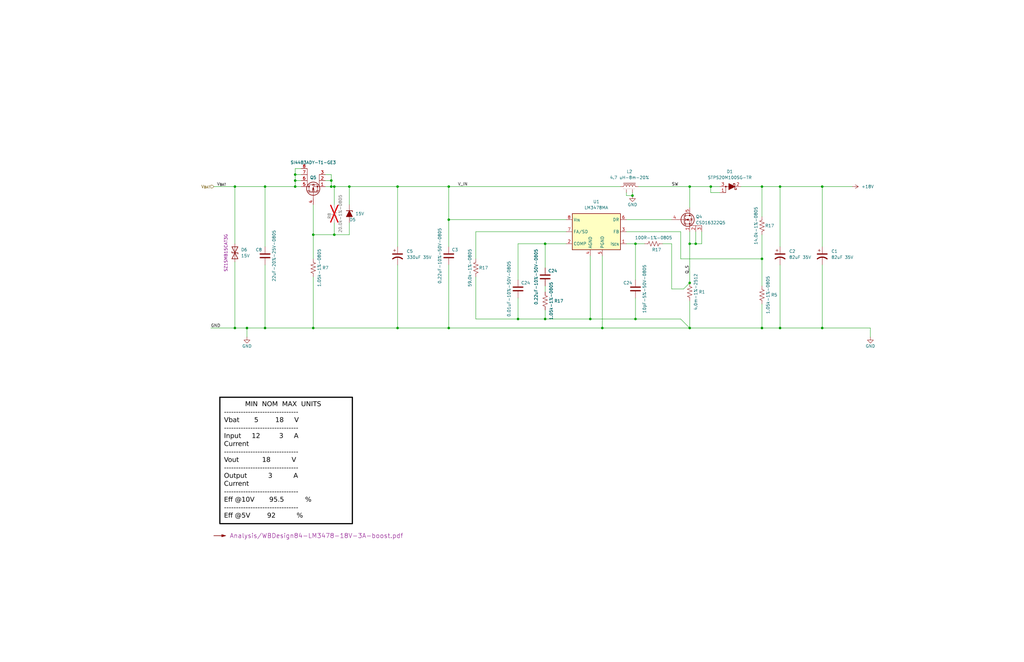
<source format=kicad_sch>
(kicad_sch (version 20250114) (generator "eeschema") (generator_version "9.0")
  (paper "B")
  (title_block (title "NX J401 Adapter") (date "2025-09-13") (rev "5"))
  (lib_symbols
    (symbol "Device:C" (pin_numbers (hide yes)) (pin_names (offset 0.254))
      (property "Reference" "C" (at 0.635 2.54 0))
      (property "Value" "C" (at 0.635 -2.54 0))
      (symbol "C_0_1"
        (polyline (pts (xy -2.032 0.762) (xy 2.032 0.762)) (stroke (width 0.508)))
        (polyline (pts (xy -2.032 -0.762) (xy 2.032 -0.762)) (stroke (width 0.508)))
      )
      (symbol "C_1_1"
        (pin passive line (at 0 3.81 270) (length 2.794) (name "~") (number "1"))
        (pin passive line (at 0 -3.81 90) (length 2.794) (name "~") (number "2"))
      )
    )
    (symbol "Device:C_Polarized_US" (pin_numbers (hide yes)) (pin_names (offset 0.254) (hide yes))
      (property "Reference" "C" (at 0.635 2.54 0))
      (property "Value" "C_Polarized_US" (at 0.635 -2.54 0))
      (symbol "C_Polarized_US_0_1"
        (polyline (pts (xy -2.032 0.762) (xy 2.032 0.762)) (stroke (width 0.508)))
        (polyline (pts (xy -1.778 2.286) (xy -0.762 2.286)))
        (polyline (pts (xy -1.27 1.778) (xy -1.27 2.794)))
        (arc (start -2.032 -1.27) (mid 0 -0.5572) (end 2.032 -1.27) (stroke (width 0.508)))
      )
      (symbol "C_Polarized_US_1_1"
        (pin passive line (at 0 3.81 270) (length 2.794) (name "~") (number "1"))
        (pin passive line (at 0 -3.81 90) (length 3.302) (name "~") (number "2"))
      )
    )
    (symbol "Device:D_Schottky_AAK" (pin_names (offset 0) (hide yes))
      (property "Reference" "D3" (at 0.889 -6.35 0))
      (property "Value" "STPS20M100SG-TR" (at 0.889 -3.81 0))
      (symbol "D_Schottky_AAK_0_1"
        (polyline (pts (xy -1.905 0.635) (xy -1.905 1.27) (xy -1.27 1.27) (xy -1.27 -1.27) (xy -0.635 -1.27) (xy -0.635 -0.635)) (stroke (width 0.254)))
        (circle (center 2.54 0) (radius 0.254) (fill (type outline)))
        (polyline (pts (xy 3.81 2.54) (xy 2.54 2.54) (xy 2.54 0) (xy -1.27 0)))
      )
      (symbol "D_Schottky_AAK_1_1"
        (polyline (pts (xy 1.27 1.27) (xy 1.27 -1.27) (xy -1.27 0) (xy 1.27 1.27)) (stroke (width 0.254)) (fill (type outline)))
        (pin passive line (at -3.81 0 0) (length 2.54) (name "K") (number "2"))
        (pin passive line (at 5.08 2.54 180) (length 2.54) (name "A") (number "1"))
        (pin passive line (at 5.08 0 180) (length 2.54) (name "A") (number "3"))
      )
    )
    (symbol "Device:D_TVS" (pin_numbers (hide yes)) (pin_names (offset 1.016) (hide yes))
      (property "Reference" "D" (at 0 2.54 0))
      (property "Value" "D_TVS" (at 0 -2.54 0))
      (symbol "D_TVS_0_1"
        (polyline (pts (xy -2.54 1.27) (xy -2.54 -1.27) (xy 2.54 1.27) (xy 2.54 -1.27) (xy -2.54 1.27)) (stroke (width 0.254)))
        (polyline (pts (xy 0.508 1.27) (xy 0 1.27) (xy 0 -1.27) (xy -0.508 -1.27)) (stroke (width 0.254)))
        (polyline (pts (xy 1.27 0) (xy -1.27 0)))
      )
      (symbol "D_TVS_1_1"
        (pin passive line (at -3.81 0 0) (length 2.54) (name "A1") (number "1"))
        (pin passive line (at 3.81 0 180) (length 2.54) (name "A2") (number "2"))
      )
    )
    (symbol "Device:D_Zener" (pin_numbers (hide yes)) (pin_names (offset 1.016) (hide yes))
      (property "Reference" "D1" (at 2.54 0 90))
      (property "Value" "15V" (at 0 2.54 90))
      (symbol "D_Zener_0_1"
        (polyline (pts (xy -1.27 -1.27) (xy -1.27 1.27) (xy -0.762 1.27)) (stroke (width 0.254)))
        (polyline (pts (xy 1.27 0) (xy -1.27 0)))
        (polyline (pts (xy 1.27 -1.27) (xy 1.27 1.27) (xy -1.27 0) (xy 1.27 -1.27)) (stroke (width 0.254)) (fill (type outline)))
      )
      (symbol "D_Zener_1_1"
        (pin passive line (at -3.81 0 0) (length 2.54) (name "K") (number "1"))
        (pin passive line (at 3.81 0 180) (length 2.54) (name "A") (number "2"))
      )
    )
    (symbol "Device:L_Iron" (pin_numbers (hide yes)) (pin_names (offset 1.016) (hide yes))
      (property "Reference" "L1" (at 6.35 0 90))
      (property "Value" "6.8 uH-12m-20%" (at 3.81 0 90))
      (symbol "L_Iron_0_1"
        (arc (start 0 2.54) (mid 0.6323 1.905) (end 0 1.27))
        (arc (start 0 1.27) (mid 0.6323 0.635) (end 0 0))
        (arc (start 0 0) (mid 0.6323 -0.635) (end 0 -1.27))
        (arc (start 0 -1.27) (mid 0.6323 -1.905) (end 0 -2.54))
        (polyline (pts (xy 1.016 2.54) (xy 1.016 -2.54)))
        (polyline (pts (xy 1.524 -2.54) (xy 1.524 2.54)))
      )
      (symbol "L_Iron_1_1"
        (polyline (pts (xy -0.9525 2.54) (xy -0.9525 -2.54)) (stroke (width 0) (type dot)))
        (pin passive line (at -2.54 1.27 0) (length 1.27) (name "3") (number "3"))
        (pin passive line (at -2.54 -1.27 0) (length 1.27) (name "4") (number "4"))
        (pin passive line (at 0 3.81 270) (length 1.27) (name "1") (number "1"))
        (pin passive line (at 0 -3.81 90) (length 1.27) (name "2") (number "2"))
      )
    )
    (symbol "Device:Q_PMOS_SGD" (pin_names (offset 0) (hide yes))
      (property "Reference" "Q?" (at 0 10.16 90))
      (property "Value" "Q_PMOS_SGD" (at 0 7.62 90))
      (symbol "Q_PMOS_SGD_0_1"
        (polyline (pts (xy 0.254 1.905) (xy 0.254 -1.905)) (stroke (width 0.254)))
        (polyline (pts (xy 0.254 0) (xy -2.54 0)))
        (polyline (pts (xy 0.762 2.286) (xy 0.762 1.27)) (stroke (width 0.254)))
        (polyline (pts (xy 0.762 1.778) (xy 3.302 1.778) (xy 3.302 -1.778) (xy 0.762 -1.778)))
        (polyline (pts (xy 0.762 0.508) (xy 0.762 -0.508)) (stroke (width 0.254)))
        (polyline (pts (xy 0.762 -1.27) (xy 0.762 -2.286)) (stroke (width 0.254)))
        (circle (center 1.651 0) (radius 2.794) (stroke (width 0.254)))
        (polyline (pts (xy 2.286 0) (xy 1.27 0.381) (xy 1.27 -0.381) (xy 2.286 0)) (fill (type outline)))
        (polyline (pts (xy 2.54 2.54) (xy 2.54 1.778)))
        (polyline (pts (xy 2.54 2.54) (xy 10.16 2.54)))
        (circle (center 2.54 1.778) (radius 0.254) (fill (type outline)))
        (circle (center 2.54 -1.778) (radius 0.254) (fill (type outline)))
        (polyline (pts (xy 2.54 -2.54) (xy 2.54 0) (xy 0.762 0)))
        (polyline (pts (xy 2.794 -0.508) (xy 2.921 -0.381) (xy 3.683 -0.381) (xy 3.81 -0.254)))
        (polyline (pts (xy 3.302 -0.381) (xy 2.921 0.254) (xy 3.683 0.254) (xy 3.302 -0.381)))
        (polyline (pts (xy 7.62 -2.54) (xy 2.54 -2.54)))
      )
      (symbol "Q_PMOS_SGD_1_1"
        (pin input line (at -5.08 0 0) (length 2.54) (name "G") (number "4"))
        (pin passive line (at 2.54 5.08 270) (length 2.54) (name "D") (number "5"))
        (pin passive line (at 2.54 -5.08 90) (length 2.54) (name "S") (number "1"))
        (pin passive line (at 5.08 5.08 270) (length 2.54) (name "D") (number "6"))
        (pin passive line (at 5.08 -5.08 90) (length 2.54) (name "S") (number "2"))
        (pin passive line (at 7.62 5.08 270) (length 2.54) (name "D") (number "7"))
        (pin passive line (at 7.62 -5.08 90) (length 2.54) (name "S") (number "3"))
        (pin passive line (at 10.16 5.08 270) (length 2.54) (name "D") (number "8"))
      )
    )
    (symbol "Device:R_US" (pin_numbers (hide yes)) (pin_names (offset 0))
      (property "Reference" "R" (at 2.54 0 90))
      (property "Value" "R_US" (at -2.54 0 90))
      (symbol "R_US_0_1"
        (polyline (pts (xy 0 2.286) (xy 0 2.54)))
        (polyline (pts (xy 0 2.286) (xy 1.016 1.905) (xy 0 1.524) (xy -1.016 1.143) (xy 0 0.762)))
        (polyline (pts (xy 0 0.762) (xy 1.016 0.381) (xy 0 0) (xy -1.016 -0.381) (xy 0 -0.762)))
        (polyline (pts (xy 0 -0.762) (xy 1.016 -1.143) (xy 0 -1.524) (xy -1.016 -1.905) (xy 0 -2.286)))
        (polyline (pts (xy 0 -2.286) (xy 0 -2.54)))
      )
      (symbol "R_US_1_1"
        (pin passive line (at 0 3.81 270) (length 1.27) (name "~") (number "1"))
        (pin passive line (at 0 -3.81 90) (length 1.27) (name "~") (number "2"))
      )
    )
    (symbol "Graphic:SYM_Arrow_Normal" (in_bom no) (on_board no)
      (symbol "SYM_Arrow_Normal_0_1"
        (polyline (pts (xy 1.524 0) (xy -2.54 0)) (stroke (width 0.254)))
        (polyline (pts (xy 2.54 0) (xy 0.762 -0.508) (xy 0.762 0.508) (xy 2.54 0)) (fill (type outline)))
      )
    )
    (symbol "PI-Power-Board:CSD1577Q5A" (pin_names (offset 0) (hide yes))
      (property "Reference" "Q?" (at 6.35 1.2701 0))
      (property "Value" "CSD1577Q5A" (at 6.35 -1.2699 0))
      (symbol "CSD1577Q5A_0_1"
        (polyline (pts (xy 0.254 1.905) (xy 0.254 -1.905)) (stroke (width 0.254)))
        (polyline (pts (xy 0.254 0) (xy -2.54 0)))
        (polyline (pts (xy 0.762 2.286) (xy 0.762 1.27)) (stroke (width 0.254)))
        (polyline (pts (xy 0.762 0.508) (xy 0.762 -0.508)) (stroke (width 0.254)))
        (polyline (pts (xy 0.762 -1.27) (xy 0.762 -2.286)) (stroke (width 0.254)))
        (polyline (pts (xy 0.762 -1.778) (xy 3.302 -1.778) (xy 3.302 1.778) (xy 0.762 1.778)))
        (polyline (pts (xy 1.016 0) (xy 2.032 0.381) (xy 2.032 -0.381) (xy 1.016 0)) (fill (type outline)))
        (circle (center 1.651 0) (radius 2.794) (stroke (width 0.254)))
        (polyline (pts (xy 2.54 2.54) (xy 2.54 2.54) (xy 2.54 1.778)))
        (circle (center 2.54 1.778) (radius 0.254) (fill (type outline)))
        (circle (center 2.54 -1.778) (radius 0.254) (fill (type outline)))
        (polyline (pts (xy 2.54 -2.54) (xy 2.54 0) (xy 0.762 0)))
        (polyline (pts (xy 2.794 0.508) (xy 2.921 0.381) (xy 3.683 0.381) (xy 3.81 0.254)))
        (polyline (pts (xy 3.302 0.381) (xy 2.921 -0.254) (xy 3.683 -0.254) (xy 3.302 0.381)))
        (polyline (pts (xy 7.62 -2.54) (xy 2.54 -2.54) (xy 2.54 -3.302)))
      )
      (symbol "CSD1577Q5A_1_1"
        (pin input line (at -5.08 0 0) (length 2.54) (name "G") (number "4"))
        (pin passive line (at 2.54 5.08 270) (length 2.54) (name "D") (number "5"))
        (pin passive line (at 2.54 -5.08 90) (length 2.54) (name "S") (number "1"))
        (pin passive line (at 5.08 -5.08 90) (length 2.54) (name "S") (number "2"))
        (pin passive line (at 7.62 -5.08 90) (length 2.54) (name "S") (number "3"))
      )
    )
    (symbol "Regulator_Controller:LM3478MA"
      (property "Reference" "U" (at -9.525 8.89 0))
      (property "Value" "LM3478MA" (at 5.08 8.89 0))
      (symbol "LM3478MA_0_1"
        (rectangle (start -10.16 7.62) (end 10.16 -7.62) (stroke (width 0.254)) (fill (type background)))
      )
      (symbol "LM3478MA_1_1"
        (pin power_in line (at -12.7 5.08 0) (length 2.54) (name "V_{IN}") (number "8"))
        (pin input line (at -12.7 0 0) (length 2.54) (name "FA/SD") (number "7"))
        (pin input line (at -12.7 -5.08 0) (length 2.54) (name "COMP") (number "2"))
        (pin power_in line (at -2.54 -10.16 90) (length 2.54) (name "AGND") (number "4"))
        (pin power_in line (at 2.54 -10.16 90) (length 2.54) (name "PGND") (number "5"))
        (pin output line (at 12.7 5.08 180) (length 2.54) (name "DR") (number "6"))
        (pin input line (at 12.7 0 180) (length 2.54) (name "FB") (number "3"))
        (pin input line (at 12.7 -5.08 180) (length 2.54) (name "I_{SEN}") (number "1"))
      )
    )
    (symbol "power:+15V" (power) (pin_numbers (hide yes)) (pin_names (offset 0) (hide yes))
      (property "Value" "+15V" (at 0 3.556 0))
      (symbol "+15V_0_1"
        (polyline (pts (xy -0.762 1.27) (xy 0 2.54)))
        (polyline (pts (xy 0 2.54) (xy 0.762 1.27)))
        (polyline (pts (xy 0 0) (xy 0 2.54)))
      )
      (symbol "+15V_1_1"
        (pin power_in line (at 0 0 90) (length 0) (name "~") (number "1"))
      )
    )
    (symbol "power:GND" (power) (pin_names (offset 0))
      (property "Value" "GND" (at 0 -3.81 0))
      (symbol "GND_0_1"
        (polyline (pts (xy 0 0) (xy 0 -1.27) (xy 1.27 -1.27) (xy 0 -2.54) (xy -1.27 -1.27) (xy 0 -1.27)))
      )
      (symbol "GND_1_1"
        (pin power_in line (at 0 0 270) (length 0) (hide yes) (name "GND") (number "1"))
      )
    )
  )
  (text_box "          MIN  NOM  MAX  UNITS\n-------------------------------\nVbat       5        18     V\n-------------------------------\nInput     12         3     A\nCurrent\n-------------------------------\nVout           18          V\n-------------------------------\nOutput          3          A\nCurrent\n-------------------------------\nEff @10V       95.5          %\n-------------------------------\nEff @5V        92          %\n" (at 92.71 167.64 0) (size 55.88 53.34) (margins 1.75 1.75 1.75 1.75) (stroke (width 0.5) (color 0 0 0 1)) (effects (font (size 2 2)) (justify left top)))
  (junction (at 132.08 138.43))
  (junction (at 321.31 109.22))
  (junction (at 328.93 78.74))
  (junction (at 189.23 78.74))
  (junction (at 139.7 78.74))
  (junction (at 328.93 138.43))
  (junction (at 167.64 78.74))
  (junction (at 140.97 99.06))
  (junction (at 99.06 138.43))
  (junction (at 229.87 102.87))
  (junction (at 229.87 134.62))
  (junction (at 124.46 73.66))
  (junction (at 290.83 119.38))
  (junction (at 321.31 78.74))
  (junction (at 147.32 78.74))
  (junction (at 104.14 138.43))
  (junction (at 124.46 78.74))
  (junction (at 266.7 82.55))
  (junction (at 248.92 134.62))
  (junction (at 218.44 134.62))
  (junction (at 290.83 102.87))
  (junction (at 167.64 138.43))
  (junction (at 139.7 76.2))
  (junction (at 346.71 78.74))
  (junction (at 293.37 102.87))
  (junction (at 254 138.43))
  (junction (at 189.23 138.43))
  (junction (at 267.97 134.62))
  (junction (at 267.97 102.87))
  (junction (at 140.97 78.74))
  (junction (at 111.76 78.74))
  (junction (at 99.06 78.74))
  (junction (at 299.72 78.74))
  (junction (at 321.31 138.43))
  (junction (at 189.23 92.71))
  (junction (at 346.71 138.43))
  (junction (at 290.83 78.74))
  (junction (at 124.46 76.2))
  (junction (at 132.08 99.06))
  (junction (at 290.83 138.43))
  (junction (at 111.76 138.43))
  (wire (pts (xy 218.44 125.73) (xy 218.44 134.62)))
  (wire (pts (xy 132.08 99.06) (xy 132.08 109.22)))
  (wire (pts (xy 299.72 78.74) (xy 303.53 78.74)))
  (wire (pts (xy 111.76 104.14) (xy 111.76 78.74)))
  (wire (pts (xy 264.16 97.79) (xy 287.02 97.79)))
  (wire (pts (xy 321.31 78.74) (xy 321.31 91.44)))
  (wire (pts (xy 124.46 76.2) (xy 124.46 78.74)))
  (wire (pts (xy 290.83 138.43) (xy 321.31 138.43)))
  (wire (pts (xy 200.66 97.79) (xy 238.76 97.79)))
  (wire (pts (xy 90.17 78.74) (xy 99.06 78.74)))
  (wire (pts (xy 200.66 116.84) (xy 200.66 134.62)))
  (wire (pts (xy 293.37 102.87) (xy 290.83 102.87)))
  (wire (pts (xy 229.87 134.62) (xy 248.92 134.62)))
  (wire (pts (xy 287.02 97.79) (xy 287.02 109.22)))
  (wire (pts (xy 264.16 81.28) (xy 264.16 82.55)))
  (wire (pts (xy 147.32 93.98) (xy 147.32 99.06)))
  (wire (pts (xy 287.02 109.22) (xy 321.31 109.22)))
  (wire (pts (xy 132.08 116.84) (xy 132.08 138.43)))
  (wire (pts (xy 124.46 71.12) (xy 124.46 73.66)))
  (wire (pts (xy 254 138.43) (xy 290.83 138.43)))
  (wire (pts (xy 167.64 104.14) (xy 167.64 78.74)))
  (wire (pts (xy 312.42 78.74) (xy 321.31 78.74)))
  (wire (pts (xy 321.31 128.27) (xy 321.31 138.43)))
  (wire (pts (xy 111.76 111.76) (xy 111.76 138.43)))
  (wire (pts (xy 104.14 138.43) (xy 111.76 138.43)))
  (wire (pts (xy 328.93 111.76) (xy 328.93 138.43)))
  (wire (pts (xy 147.32 78.74) (xy 147.32 86.36)))
  (wire (pts (xy 321.31 99.06) (xy 321.31 109.22)))
  (wire (pts (xy 189.23 138.43) (xy 254 138.43)))
  (wire (pts (xy 140.97 93.98) (xy 140.97 99.06)))
  (wire (pts (xy 88.9 138.43) (xy 99.06 138.43)))
  (wire (pts (xy 99.06 138.43) (xy 104.14 138.43)))
  (wire (pts (xy 266.7 81.28) (xy 266.7 82.55)))
  (wire (pts (xy 137.16 76.2) (xy 139.7 76.2)))
  (wire (pts (xy 124.46 73.66) (xy 127 73.66)))
  (wire (pts (xy 295.91 97.79) (xy 295.91 102.87)))
  (wire (pts (xy 127 71.12) (xy 124.46 71.12)))
  (wire (pts (xy 290.83 127) (xy 290.83 138.43)))
  (wire (pts (xy 264.16 92.71) (xy 283.21 92.71)))
  (wire (pts (xy 248.92 134.62) (xy 267.97 134.62)))
  (wire (pts (xy 290.83 78.74) (xy 290.83 87.63)))
  (wire (pts (xy 99.06 78.74) (xy 99.06 102.87)))
  (wire (pts (xy 218.44 102.87) (xy 229.87 102.87)))
  (wire (pts (xy 321.31 138.43) (xy 328.93 138.43)))
  (wire (pts (xy 295.91 102.87) (xy 293.37 102.87)))
  (wire (pts (xy 321.31 78.74) (xy 328.93 78.74)))
  (wire (pts (xy 147.32 99.06) (xy 140.97 99.06)))
  (wire (pts (xy 290.83 102.87) (xy 290.83 119.38)))
  (wire (pts (xy 229.87 102.87) (xy 238.76 102.87)))
  (wire (pts (xy 283.21 102.87) (xy 279.4 102.87)))
  (wire (pts (xy 328.93 78.74) (xy 346.71 78.74)))
  (wire (pts (xy 283.21 121.92) (xy 288.29 121.92)))
  (wire (pts (xy 299.72 81.28) (xy 299.72 78.74)))
  (wire (pts (xy 290.83 97.79) (xy 290.83 102.87)))
  (wire (pts (xy 200.66 109.22) (xy 200.66 97.79)))
  (wire (pts (xy 167.64 78.74) (xy 147.32 78.74)))
  (wire (pts (xy 321.31 109.22) (xy 321.31 120.65)))
  (wire (pts (xy 99.06 78.74) (xy 111.76 78.74)))
  (wire (pts (xy 218.44 134.62) (xy 229.87 134.62)))
  (wire (pts (xy 140.97 78.74) (xy 147.32 78.74)))
  (wire (pts (xy 254 107.95) (xy 254 138.43)))
  (wire (pts (xy 200.66 134.62) (xy 218.44 134.62)))
  (wire (pts (xy 137.16 78.74) (xy 139.7 78.74)))
  (wire (pts (xy 111.76 78.74) (xy 124.46 78.74)))
  (wire (pts (xy 229.87 113.03) (xy 229.87 102.87)))
  (wire (pts (xy 139.7 78.74) (xy 140.97 78.74)))
  (wire (pts (xy 367.03 138.43) (xy 367.03 142.24)))
  (wire (pts (xy 264.16 82.55) (xy 266.7 82.55)))
  (wire (pts (xy 287.02 134.62) (xy 290.83 138.43)))
  (wire (pts (xy 346.71 78.74) (xy 359.41 78.74)))
  (wire (pts (xy 229.87 123.19) (xy 229.87 120.65)))
  (wire (pts (xy 139.7 73.66) (xy 139.7 76.2)))
  (wire (pts (xy 293.37 97.79) (xy 293.37 102.87)))
  (wire (pts (xy 283.21 102.87) (xy 283.21 121.92)))
  (wire (pts (xy 167.64 138.43) (xy 189.23 138.43)))
  (wire (pts (xy 303.53 81.28) (xy 299.72 81.28)))
  (wire (pts (xy 111.76 138.43) (xy 132.08 138.43)))
  (wire (pts (xy 267.97 102.87) (xy 267.97 118.11)))
  (wire (pts (xy 189.23 92.71) (xy 238.76 92.71)))
  (wire (pts (xy 229.87 134.62) (xy 229.87 130.81)))
  (wire (pts (xy 124.46 76.2) (xy 127 76.2)))
  (wire (pts (xy 137.16 73.66) (xy 139.7 73.66)))
  (wire (pts (xy 189.23 78.74) (xy 261.62 78.74)))
  (wire (pts (xy 140.97 78.74) (xy 140.97 86.36)))
  (wire (pts (xy 328.93 78.74) (xy 328.93 104.14)))
  (wire (pts (xy 267.97 134.62) (xy 287.02 134.62)))
  (wire (pts (xy 248.92 107.95) (xy 248.92 134.62)))
  (wire (pts (xy 290.83 78.74) (xy 299.72 78.74)))
  (wire (pts (xy 267.97 125.73) (xy 267.97 134.62)))
  (wire (pts (xy 140.97 99.06) (xy 132.08 99.06)))
  (wire (pts (xy 167.64 78.74) (xy 189.23 78.74)))
  (wire (pts (xy 124.46 73.66) (xy 124.46 76.2)))
  (wire (pts (xy 132.08 138.43) (xy 167.64 138.43)))
  (wire (pts (xy 288.29 121.92) (xy 290.83 119.38)))
  (wire (pts (xy 189.23 111.76) (xy 189.23 138.43)))
  (wire (pts (xy 346.71 111.76) (xy 346.71 138.43)))
  (wire (pts (xy 264.16 102.87) (xy 267.97 102.87)))
  (wire (pts (xy 346.71 138.43) (xy 367.03 138.43)))
  (wire (pts (xy 269.24 78.74) (xy 290.83 78.74)))
  (wire (pts (xy 328.93 138.43) (xy 346.71 138.43)))
  (wire (pts (xy 189.23 92.71) (xy 189.23 104.14)))
  (wire (pts (xy 189.23 92.71) (xy 189.23 78.74)))
  (wire (pts (xy 346.71 78.74) (xy 346.71 104.14)))
  (wire (pts (xy 218.44 102.87) (xy 218.44 118.11)))
  (wire (pts (xy 167.64 111.76) (xy 167.64 138.43)))
  (wire (pts (xy 139.7 76.2) (xy 139.7 78.74)))
  (wire (pts (xy 267.97 102.87) (xy 271.78 102.87)))
  (wire (pts (xy 132.08 86.36) (xy 132.08 99.06)))
  (wire (pts (xy 124.46 78.74) (xy 127 78.74)))
  (wire (pts (xy 99.06 110.49) (xy 99.06 138.43)))
  (wire (pts (xy 104.14 138.43) (xy 104.14 142.24)))
  (label "SW" (at 283.21 78.74 0))
  (label "V_{BAT}" (at 91.44 78.74 0))
  (label "GND" (at 88.9 138.43 0))
  (label "Q_S" (at 290.83 115.57 90))
  (label "V_IN" (at 193.04 78.74 0))
  (hierarchical_label "V_{BAT}" (shape input) (at 90.17 78.74 180))
  (symbol (lib_id "Device:R_US") (at 132.08 113.03 180) (unit 1)
    (property "Reference" "R7" (at 135.89 113.03 0) (effects (justify right)))
    (property "Value" "1.05k-1%-0805" (at 134.62 113.03 90))
    (property "Footprint" "Resistor_SMD:R_0805_2012Metric" (effects (hide yes)))
    (property "Datasheet" "Components/YageoPYu-RC_Group_51_RoHS_L_12.pdf" (effects (hide yes)))
    (property "MFG" "Yageo" (effects (hide yes)))
    (property "MFG P/N" "RC0805FR-071K05L" (effects (hide yes)))
    (property "DIST" "Digikey" (effects (hide yes)))
    (property "DIST P/N" "311-1.05KCRCT-ND" (effects (hide yes)))
  )
  (symbol (lib_id "Device:R_US") (at 229.87 127 180) (unit 1)
    (property "Reference" "R6" (at 233.68 127 0) (effects (justify right)))
    (property "Value" "1.05k-1%-0805" (at 232.41 127 90))
    (property "Footprint" "Resistor_SMD:R_0805_2012Metric" (effects (hide yes)))
    (property "Datasheet" "Components/YageoPYu-RC_Group_51_RoHS_L_12.pdf" (effects (hide yes)))
    (property "MFG" "Yageo" (effects (hide yes)))
    (property "MFG P/N" "RC0805FR-071K05L" (effects (hide yes)))
    (property "DIST" "Digikey" (effects (hide yes)))
    (property "DIST P/N" "311-1.05KCRCT-ND" (effects (hide yes)))
    (instances (project "PI-Power-Board" (path "" (reference "R17") (unit 1))) (project "NX-J401-Adapter" (path "" (reference "R6") (unit 1))))
  )
  (symbol (lib_id "power:GND") (at 266.7 82.55 0) (unit 1)
    (property "Reference" "#PWR013" (effects (hide yes)))
    (property "Value" "GND" (at 266.7 86.36 0))
  )
  (symbol (lib_id "Device:C") (at 267.97 121.92 0) (unit 1)
    (property "Reference" "C4" (at 266.7 119.38 0) (effects (justify right)))
    (property "Value" "10pF-5%-50V-0805" (at 271.78 121.92 90))
    (property "Footprint" "Capacitor_SMD:C_0805_2012Metric" (effects (hide yes)))
    (property "MFG" "Samsung Electro-Mechanics" (effects (hide yes)))
    (property "MFG P/N" "CL21C100CBANNNC" (effects (hide yes)))
    (property "DIST" "Digikey" (effects (hide yes)))
    (property "DIST P/N" "1276-2561-1-ND" (effects (hide yes)))
    (instances (project "PI-Power-Board" (path "" (reference "C24") (unit 1))) (project "NX-J401-Adapter" (path "" (reference "C4") (unit 1))))
  )
  (symbol (lib_id "Device:C_Polarized_US") (at 346.71 107.95 0) (unit 1)
    (property "Reference" "C1" (at 350.52 106.045 0) (effects (justify left)))
    (property "Value" "82uF 35V" (at 350.52 108.585 0) (effects (justify left)))
    (property "Footprint" "Capacitor_THT:CP_Radial_D8.0mm_P3.50mm" (effects (hide yes)))
    (property "Datasheet" "Components/Panasonic-AAB8000C250.pdf" (effects (hide yes)))
    (property "MFG" "Panasonic Electronic Components" (effects (hide yes)))
    (property "MFG P/N" "35SEPF82M" (effects (hide yes)))
    (property "DIST" "Digikey" (effects (hide yes)))
    (property "DIST P/N" "P16345-ND" (effects (hide yes)))
  )
  (symbol (lib_id "PI-Power-Board:CSD1577Q5A") (at 288.29 92.71 0) (unit 1)
    (property "Reference" "Q1" (at 293.37 91.44 0) (effects (justify left)))
    (property "Value" "CSD16322Q5" (at 293.37 93.98 0) (effects (justify left)))
    (property "Footprint" "NX-J401-Adapter:TI-SON5x6" (effects (hide yes)))
    (property "Datasheet" "Components/TI-csd16322q5.pdf" (effects (hide yes)))
    (property "Description" "N-Channel 25 V 21A (Ta), 97A (Tc) 3.1W (Ta) Surface Mount 8-VSON-CLIP (5x6)" (effects (hide yes)))
    (property "MFG" "Texas Instruments" (effects (hide yes)))
    (property "MFG P/N" "CSD16322Q5" (effects (hide yes)))
    (property "DIST" "Digikey" (effects (hide yes)))
    (property "DIST P/N" "296-25112-1-ND" (effects (hide yes)))
    (instances (project "PI-Power-Board" (path "" (reference "Q4") (unit 1))) (project "NX-J401-Adapter" (path "" (reference "Q1") (unit 1))))
  )
  (symbol (lib_id "Graphic:SYM_Arrow_Normal") (at 92.71 226.06 0) (unit 1) (exclude_from_sim yes) (in_bom no) (on_board no)
    (property "Reference" "#SYM7" (effects (hide yes)))
    (property "Value" "SYM_Arrow_Normal" (effects (hide yes)))
    (property "Datasheet" "Analysis/WBDesign84-LM3478-18V-3A-boost.pdf" (at 96.774 226.06 0) (effects (font (size 1.905 1.905)) (justify left)))
  )
  (symbol (lib_id "Device:R_US") (at 200.66 113.03 0) (mirror x) (unit 1)
    (property "Reference" "R4" (at 201.93 113.03 0) (effects (justify left)))
    (property "Value" "59.0k-1%-0805" (at 198.12 113.03 90))
    (property "Footprint" "Resistor_SMD:R_0805_2012Metric" (effects (hide yes)))
    (property "Datasheet" "Components/YageoPYu-RC_Group_51_RoHS_L_12.pdf" (effects (hide yes)))
    (property "MFG" "Yageo" (effects (hide yes)))
    (property "MFG P/N" "RC0805FR-0759KL" (effects (hide yes)))
    (property "DIST" "Digikey" (effects (hide yes)))
    (property "DIST P/N" "311-59.0KCRCT-ND" (effects (hide yes)))
    (instances (project "PI-Power-Board" (path "" (reference "R17") (unit 1))) (project "NX-J401-Adapter" (path "" (reference "R4") (unit 1))))
  )
  (symbol (lib_id "Device:C_Polarized_US") (at 328.93 107.95 0) (unit 1)
    (property "Reference" "C2" (at 332.74 106.045 0) (effects (justify left)))
    (property "Value" "82uF 35V" (at 332.74 108.585 0) (effects (justify left)))
    (property "Footprint" "Capacitor_THT:CP_Radial_D8.0mm_P3.50mm" (effects (hide yes)))
    (property "Datasheet" "Components/Panasonic-AAB8000C250.pdf" (effects (hide yes)))
    (property "MFG" "Panasonic Electronic Components" (effects (hide yes)))
    (property "MFG P/N" "35SEPF82M" (effects (hide yes)))
    (property "DIST" "Digikey" (effects (hide yes)))
    (property "DIST P/N" "P16345-ND" (effects (hide yes)))
  )
  (symbol (lib_id "Device:C") (at 218.44 121.92 0) (mirror y) (unit 1)
    (property "Reference" "C7" (at 219.71 119.38 0) (effects (justify right)))
    (property "Value" "0.01uF-10%-50V-0805" (at 214.63 121.92 90))
    (property "Footprint" "Capacitor_SMD:C_0805_2012Metric" (effects (hide yes)))
    (property "MFG" "Samsung Electro-Mechanics" (effects (hide yes)))
    (property "MFG P/N" "CL21B103KBANNNC" (effects (hide yes)))
    (property "DIST" "Digikey" (effects (hide yes)))
    (property "DIST P/N" "1276-1015-1-ND" (effects (hide yes)))
    (instances (project "PI-Power-Board" (path "" (reference "C24") (unit 1))) (project "NX-J401-Adapter" (path "" (reference "C7") (unit 1))))
  )
  (symbol (lib_id "Device:R_US") (at 275.59 102.87 270) (unit 1)
    (property "Reference" "R3" (at 276.86 105.41 90))
    (property "Value" "100R-1%-0805" (at 275.59 100.33 90))
    (property "Footprint" "Resistor_SMD:R_0805_2012Metric" (effects (hide yes)))
    (property "Datasheet" "Components/YageoPYu-RC_Group_51_RoHS_L_12.pdf" (effects (hide yes)))
    (property "MFG" "Yageo" (effects (hide yes)))
    (property "MFG P/N" "RC0805FR-07100RL" (effects (hide yes)))
    (property "DIST" "Digikey" (effects (hide yes)))
    (property "DIST P/N" "311-100CRCT-ND" (effects (hide yes)))
    (instances (project "PI-Power-Board" (path "" (reference "R17") (unit 1))) (project "NX-J401-Adapter" (path "" (reference "R3") (unit 1))))
  )
  (symbol (lib_id "Device:Q_PMOS_SGD") (at 132.08 81.28 90) (unit 1)
    (property "Reference" "Q2" (at 132.08 74.93 90))
    (property "Value" "SI4483ADY-T1-GE3" (at 132.08 68.58 90))
    (property "Footprint" "Package_SO:SOIC-8_3.9x4.9mm_P1.27mm" (effects (hide yes)))
    (property "Datasheet" "Components/Vishay-si4483ad.pdf" (effects (hide yes)))
    (property "MFG" "Vishay" (effects (hide yes)))
    (property "MFG P/N" "SI4483ADY-T1-GE3" (effects (hide yes)))
    (property "DIST" "Digikey" (effects (hide yes)))
    (property "DIST P/N" "SI4483ADY-T1-GE3CT-ND" (effects (hide yes)))
    (instances (project "PI-Power-Board" (path "" (reference "Q5") (unit 1))) (project "NX-J401-Adapter" (path "" (reference "Q2") (unit 1))))
  )
  (symbol (lib_id "Device:C") (at 189.23 107.95 0) (mirror y) (unit 1)
    (property "Reference" "C3" (at 190.5 105.41 0) (effects (justify right)))
    (property "Value" "0.22uF-10%-50V-0805" (at 185.42 107.95 90))
    (property "Footprint" "Capacitor_SMD:C_0805_2012Metric" (effects (hide yes)))
    (property "Datasheet" "Components/KEMET_C1002_X7R_SMD.pdf" (effects (hide yes)))
    (property "MFG" "KEMET" (effects (hide yes)))
    (property "MFG P/N" "C0805C224K5RAC7800" (effects (hide yes)))
    (property "DIST" "Digikey" (effects (hide yes)))
    (property "DIST P/N" "399-C0805C224K5RACTUCT-ND" (effects (hide yes)))
  )
  (symbol (lib_id "Device:C_Polarized_US") (at 167.64 107.95 0) (unit 1)
    (property "Reference" "C5" (at 171.45 106.045 0) (effects (justify left)))
    (property "Value" "330uF 35V" (at 171.45 108.585 0) (effects (justify left)))
    (property "Footprint" "Capacitor_THT:CP_Radial_D10.0mm_P5.00mm" (effects (hide yes)))
    (property "Datasheet" "Components/Rubicon-PZJ.pdf" (effects (hide yes)))
    (property "MFG" "Rubycon" (effects (hide yes)))
    (property "MFG P/N" "35PZJ330M10X9" (effects (hide yes)))
    (property "DIST" "Digikey" (effects (hide yes)))
    (property "DIST P/N" "1189-35PZJ330M10X9-ND" (effects (hide yes)))
  )
  (symbol (lib_id "Device:D_Zener") (at 147.32 90.17 270) (unit 1)
    (property "Reference" "D2" (at 147.32 92.71 90) (effects (justify left)))
    (property "Value" "15V" (at 149.86 90.17 90) (effects (justify left)))
    (property "Footprint" "Diode_SMD:D_SOD-123F" (effects (hide yes)))
    (property "Datasheet" "Components/Nexperia-BZT52H_SER.pdf" (effects (hide yes)))
    (property "MFG" "Nexperia" (effects (hide yes)))
    (property "MFG P/N" "BZT52H-C15,115" (effects (hide yes)))
    (property "DIST" "Digikey" (effects (hide yes)))
    (property "DIST P/N" "1727-3593-1-ND" (effects (hide yes)))
    (instances (project "PI-Power-Board" (path "" (reference "D5") (unit 1))) (project "NX-J401-Adapter" (path "" (reference "D2") (unit 1))))
  )
  (symbol (lib_id "power:+15V") (at 359.41 78.74 270) (unit 1)
    (property "Reference" "#PWR023" (effects (hide yes)))
    (property "Value" "+18V" (at 363.22 78.7399 90) (effects (justify left)))
    (property "Description" "Power symbol creates a global label with name \"+15V\"" (effects (hide yes)))
  )
  (symbol (lib_id "power:GND") (at 104.14 142.24 0) (unit 1)
    (property "Reference" "#PWR05" (effects (hide yes)))
    (property "Value" "GND" (at 104.14 146.05 0))
    (instances (project "PI-Power-Board" (path "" (reference "#PWR014") (unit 1))) (project "NX-J401-Adapter" (path "" (reference "#PWR05") (unit 1))))
  )
  (symbol (lib_id "Device:R_US") (at 321.31 124.46 180) (unit 1)
    (property "Reference" "R5" (at 325.12 124.46 0) (effects (justify right)))
    (property "Value" "1.05k-1%-0805" (at 323.85 124.46 90))
    (property "Footprint" "Resistor_SMD:R_0805_2012Metric" (effects (hide yes)))
    (property "Datasheet" "Components/YageoPYu-RC_Group_51_RoHS_L_12.pdf" (effects (hide yes)))
    (property "MFG" "Yageo" (effects (hide yes)))
    (property "MFG P/N" "RC0805FR-071K05L" (effects (hide yes)))
    (property "DIST" "Digikey" (effects (hide yes)))
    (property "DIST P/N" "311-1.05KCRCT-ND" (effects (hide yes)))
  )
  (symbol (lib_id "Device:R_US") (at 321.31 95.25 0) (mirror x) (unit 1)
    (property "Reference" "R2" (at 322.58 95.25 0) (effects (justify left)))
    (property "Value" "14.0k-1%-0805" (at 318.77 95.25 90))
    (property "Footprint" "Resistor_SMD:R_0805_2012Metric" (effects (hide yes)))
    (property "Datasheet" "Components/YageoPYu-RC_Group_51_RoHS_L_12.pdf" (effects (hide yes)))
    (property "MFG" "Yageo" (effects (hide yes)))
    (property "MFG P/N" "RC0805FR-0714KL" (effects (hide yes)))
    (property "DIST" "Digikey" (effects (hide yes)))
    (property "DIST P/N" "311-14.0KCRCT-ND" (effects (hide yes)))
    (instances (project "PI-Power-Board" (path "" (reference "R17") (unit 1))) (project "NX-J401-Adapter" (path "" (reference "R2") (unit 1))))
  )
  (symbol (lib_id "power:GND") (at 367.03 142.24 0) (unit 1)
    (property "Reference" "#PWR0201" (effects (hide yes)))
    (property "Value" "GND" (at 367.03 146.05 0))
  )
  (symbol (lib_id "Device:C") (at 111.76 107.95 0) (unit 1)
    (property "Reference" "C8" (at 110.49 105.41 0) (effects (justify right)))
    (property "Value" "22uF-20%-25V-0805" (at 115.57 107.95 90))
    (property "Footprint" "Capacitor_SMD:C_0805_2012Metric" (effects (hide yes)))
    (property "Description" "22 µF ±20% 25V Ceramic Capacitor X5R 0805 (2012 Metric)" (effects (hide yes)))
    (property "MFG" "Samsung Electro-Mechanics" (effects (hide yes)))
    (property "MFG P/N" "CL21A226MAYNNNE" (effects (hide yes)))
    (property "DIST" "Digikey" (effects (hide yes)))
    (property "DIST P/N" "1276-CL21A226MAYNNNECT-ND" (effects (hide yes)))
  )
  (symbol (lib_id "Device:L_Iron") (at 265.43 78.74 90) (unit 1)
    (property "Reference" "L1" (at 265.43 72.39 90))
    (property "Value" "4.7 uH-8m-20%" (at 265.43 74.93 90))
    (property "Footprint" "NX-J401-Adapter:INDUCTOR_IHLE-5050FH-Vishay" (effects (hide yes)))
    (property "Datasheet" "Components/Vishay-ihle-5050fh-5a.pdf" (effects (hide yes)))
    (property "Description" "4.7 µH Shielded Inductor 18.5 A 7.93mOhm Max" (effects (hide yes)))
    (property "MFG" "Vishay Dale" (effects (hide yes)))
    (property "MFG P/N" "IHLE5050FHER4R7M5A " (effects (hide yes)))
    (property "DIST" "Mouser" (effects (hide yes)))
    (property "DIST P/N" "70-IHLE5050FHR4R7M5A " (effects (hide yes)))
    (instances (project "PI-Power-Board" (path "" (reference "L2") (unit 1))) (project "NX-J401-Adapter" (path "" (reference "L1") (unit 1))))
  )
  (symbol (lib_id "Device:R_US") (at 290.83 123.19 180) (unit 1)
    (property "Reference" "R1" (at 294.64 123.19 0) (effects (justify right)))
    (property "Value" "4.0m-1%-2512" (at 293.37 123.19 90))
    (property "Footprint" "Resistor_SMD:R_2512_6332Metric" (effects (hide yes)))
    (property "Datasheet" "Components/Bourns-cre.pdf" (effects (hide yes)))
    (property "MFG" "Bourns Inc." (effects (hide yes)))
    (property "MFG P/N" "CRE2512-FZ-R004E-3" (effects (hide yes)))
    (property "DIST" "Digikey" (effects (hide yes)))
    (property "DIST P/N" "CRE2512-FZ-R004E-3CT-ND" (effects (hide yes)))
  )
  (symbol (lib_id "Device:R_US") (at 140.97 90.17 180) (unit 1) (dnp yes)
    (property "Reference" "R8" (at 138.938 92.456 90) (effects (justify right)))
    (property "Value" "20.0k-1%-0805" (at 143.51 90.17 90))
    (property "Footprint" "Resistor_SMD:R_0805_2012Metric" (effects (hide yes)))
    (property "Datasheet" "Components/YageoPYu-RC_Group_51_RoHS_L_12.pdf" (effects (hide yes)))
    (property "MFG" "Yageo" (effects (hide yes)))
    (property "MFG P/N" "RC0805FR-0720KL" (effects (hide yes)))
    (property "DIST" "Digikey" (effects (hide yes)))
    (property "DIST P/N" "311-20.0KCRCT-ND" (effects (hide yes)))
  )
  (symbol (lib_id "Device:D_Schottky_AAK") (at 308.61 78.74 180) (unit 1)
    (property "Reference" "D1" (at 307.721 72.39 0))
    (property "Value" "STPS20M100SG-TR" (at 307.721 74.93 0))
    (property "Footprint" "Package_TO_SOT_SMD:TO-263-2" (effects (hide yes)))
    (property "Datasheet" "Components/ST-STPS20M100SG.pdf" (effects (hide yes)))
    (property "DIST" "Digikey" (effects (hide yes)))
    (property "DIST P/N" "497-10993-1-ND" (effects (hide yes)))
    (property "MFG" "STmicroelectronics" (effects (hide yes)))
    (property "MFG P/N" "STPS20M100SG-TR" (effects (hide yes)))
  )
  (symbol (lib_id "Regulator_Controller:LM3478MA") (at 251.46 97.79 0) (unit 1)
    (property "Reference" "U1" (at 251.46 85.09 0))
    (property "Value" "LM3478MA" (at 251.46 87.63 0))
    (property "Footprint" "Package_SO:SOIC-8_3.9x4.9mm_P1.27mm" (effects (hide yes)))
    (property "Datasheet" "Components/TI-lm3478.pdf" (effects (hide yes)))
    (property "MFG" "Texas Instruments" (effects (hide yes)))
    (property "MFG P/N" "LM3478MAX/NOPB" (effects (hide yes)))
    (property "DIST" "Digikey" (effects (hide yes)))
    (property "DIST P/N" "296-38111-1-ND" (effects (hide yes)))
  )
  (symbol (lib_id "Device:C") (at 229.87 116.84 0) (mirror y) (unit 1)
    (property "Reference" "C6" (at 231.14 114.3 0) (effects (justify right)))
    (property "Value" "0.22uF-10%-50V-0805" (at 226.06 116.84 90))
    (property "Footprint" "Capacitor_SMD:C_0805_2012Metric" (effects (hide yes)))
    (property "Datasheet" "Components/KEMET_C1002_X7R_SMD.pdf" (effects (hide yes)))
    (property "MFG" "KEMET" (effects (hide yes)))
    (property "MFG P/N" "C0805C224K5RAC7800" (effects (hide yes)))
    (property "DIST" "Digikey" (effects (hide yes)))
    (property "DIST P/N" "399-C0805C224K5RACTUCT-ND" (effects (hide yes)))
    (instances (project "PI-Power-Board" (path "" (reference "C24") (unit 1))) (project "NX-J401-Adapter" (path "" (reference "C6") (unit 1))))
  )
  (symbol (lib_id "Device:D_TVS") (at 99.06 106.68 90) (unit 1)
    (property "Reference" "D3" (at 101.6 105.4099 90) (effects (justify right)))
    (property "Value" "15V" (at 101.6 107.95 90) (effects (justify right)))
    (property "Footprint" "Diode_SMD:D_SMB" (effects (hide yes)))
    (property "Datasheet" "Components/Littelfuse-SZ1SMB15CAT3G.pdf" (effects (hide yes)))
    (property "MFG" "Littelfuse" (effects (hide yes)))
    (property "MFG P/N" "SZ1SMB15CAT3G" (at 95.25 106.68 0))
    (property "DIST" "Digikey" (effects (hide yes)))
    (property "DIST P/N" "F11544CT-ND" (effects (hide yes)))
    (instances (project "PI-Power-Board" (path "" (reference "D6") (unit 1))) (project "NX-J401-Adapter" (path "" (reference "D3") (unit 1))))
  )
)
</source>
